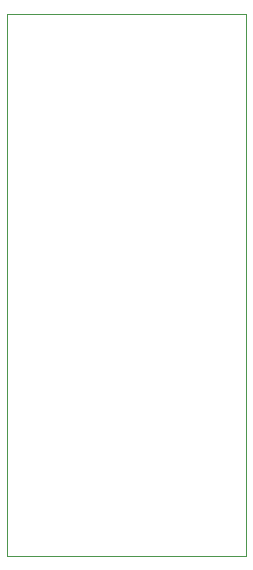
<source format=gbr>
%FSLAX34Y34*%
G04 Gerber Fmt 3.4, Leading zero omitted, Abs format*
G04 (created by PCBNEW (2013-12-05 BZR 4523)-product) date Fri 06 Dec 2013 07:50:23 PM CET*
%MOIN*%
G01*
G70*
G90*
G04 APERTURE LIST*
%ADD10C,0.005906*%
%ADD11C,0.003937*%
G04 APERTURE END LIST*
G54D10*
G54D11*
X53503Y-40826D02*
X61496Y-40826D01*
X53503Y-22755D02*
X61496Y-22755D01*
X61496Y-40826D02*
X61496Y-22755D01*
X53503Y-22755D02*
X53503Y-40826D01*
M02*

</source>
